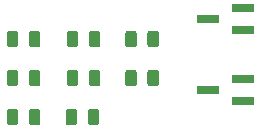
<source format=gbr>
%TF.GenerationSoftware,KiCad,Pcbnew,5.1.5+dfsg1-2build2*%
%TF.CreationDate,2021-07-06T16:50:00+02:00*%
%TF.ProjectId,airpcb_smd,61697270-6362-45f7-936d-642e6b696361,rev?*%
%TF.SameCoordinates,Original*%
%TF.FileFunction,Paste,Bot*%
%TF.FilePolarity,Positive*%
%FSLAX46Y46*%
G04 Gerber Fmt 4.6, Leading zero omitted, Abs format (unit mm)*
G04 Created by KiCad (PCBNEW 5.1.5+dfsg1-2build2) date 2021-07-06 16:50:00*
%MOMM*%
%LPD*%
G04 APERTURE LIST*
%ADD10R,1.900000X0.800000*%
%ADD11C,0.100000*%
G04 APERTURE END LIST*
D10*
%TO.C,Q2*%
X71882000Y-30480000D03*
X74882000Y-31430000D03*
X74882000Y-29530000D03*
%TD*%
%TO.C,Q1*%
X71882000Y-24450000D03*
X74882000Y-25400000D03*
X74882000Y-23500000D03*
%TD*%
D11*
%TO.C,R1*%
G36*
X57514642Y-32067174D02*
G01*
X57538303Y-32070684D01*
X57561507Y-32076496D01*
X57584029Y-32084554D01*
X57605653Y-32094782D01*
X57626170Y-32107079D01*
X57645383Y-32121329D01*
X57663107Y-32137393D01*
X57679171Y-32155117D01*
X57693421Y-32174330D01*
X57705718Y-32194847D01*
X57715946Y-32216471D01*
X57724004Y-32238993D01*
X57729816Y-32262197D01*
X57733326Y-32285858D01*
X57734500Y-32309750D01*
X57734500Y-33222250D01*
X57733326Y-33246142D01*
X57729816Y-33269803D01*
X57724004Y-33293007D01*
X57715946Y-33315529D01*
X57705718Y-33337153D01*
X57693421Y-33357670D01*
X57679171Y-33376883D01*
X57663107Y-33394607D01*
X57645383Y-33410671D01*
X57626170Y-33424921D01*
X57605653Y-33437218D01*
X57584029Y-33447446D01*
X57561507Y-33455504D01*
X57538303Y-33461316D01*
X57514642Y-33464826D01*
X57490750Y-33466000D01*
X57003250Y-33466000D01*
X56979358Y-33464826D01*
X56955697Y-33461316D01*
X56932493Y-33455504D01*
X56909971Y-33447446D01*
X56888347Y-33437218D01*
X56867830Y-33424921D01*
X56848617Y-33410671D01*
X56830893Y-33394607D01*
X56814829Y-33376883D01*
X56800579Y-33357670D01*
X56788282Y-33337153D01*
X56778054Y-33315529D01*
X56769996Y-33293007D01*
X56764184Y-33269803D01*
X56760674Y-33246142D01*
X56759500Y-33222250D01*
X56759500Y-32309750D01*
X56760674Y-32285858D01*
X56764184Y-32262197D01*
X56769996Y-32238993D01*
X56778054Y-32216471D01*
X56788282Y-32194847D01*
X56800579Y-32174330D01*
X56814829Y-32155117D01*
X56830893Y-32137393D01*
X56848617Y-32121329D01*
X56867830Y-32107079D01*
X56888347Y-32094782D01*
X56909971Y-32084554D01*
X56932493Y-32076496D01*
X56955697Y-32070684D01*
X56979358Y-32067174D01*
X57003250Y-32066000D01*
X57490750Y-32066000D01*
X57514642Y-32067174D01*
G37*
G36*
X55639642Y-32067174D02*
G01*
X55663303Y-32070684D01*
X55686507Y-32076496D01*
X55709029Y-32084554D01*
X55730653Y-32094782D01*
X55751170Y-32107079D01*
X55770383Y-32121329D01*
X55788107Y-32137393D01*
X55804171Y-32155117D01*
X55818421Y-32174330D01*
X55830718Y-32194847D01*
X55840946Y-32216471D01*
X55849004Y-32238993D01*
X55854816Y-32262197D01*
X55858326Y-32285858D01*
X55859500Y-32309750D01*
X55859500Y-33222250D01*
X55858326Y-33246142D01*
X55854816Y-33269803D01*
X55849004Y-33293007D01*
X55840946Y-33315529D01*
X55830718Y-33337153D01*
X55818421Y-33357670D01*
X55804171Y-33376883D01*
X55788107Y-33394607D01*
X55770383Y-33410671D01*
X55751170Y-33424921D01*
X55730653Y-33437218D01*
X55709029Y-33447446D01*
X55686507Y-33455504D01*
X55663303Y-33461316D01*
X55639642Y-33464826D01*
X55615750Y-33466000D01*
X55128250Y-33466000D01*
X55104358Y-33464826D01*
X55080697Y-33461316D01*
X55057493Y-33455504D01*
X55034971Y-33447446D01*
X55013347Y-33437218D01*
X54992830Y-33424921D01*
X54973617Y-33410671D01*
X54955893Y-33394607D01*
X54939829Y-33376883D01*
X54925579Y-33357670D01*
X54913282Y-33337153D01*
X54903054Y-33315529D01*
X54894996Y-33293007D01*
X54889184Y-33269803D01*
X54885674Y-33246142D01*
X54884500Y-33222250D01*
X54884500Y-32309750D01*
X54885674Y-32285858D01*
X54889184Y-32262197D01*
X54894996Y-32238993D01*
X54903054Y-32216471D01*
X54913282Y-32194847D01*
X54925579Y-32174330D01*
X54939829Y-32155117D01*
X54955893Y-32137393D01*
X54973617Y-32121329D01*
X54992830Y-32107079D01*
X55013347Y-32094782D01*
X55034971Y-32084554D01*
X55057493Y-32076496D01*
X55080697Y-32070684D01*
X55104358Y-32067174D01*
X55128250Y-32066000D01*
X55615750Y-32066000D01*
X55639642Y-32067174D01*
G37*
%TD*%
%TO.C,R2*%
G36*
X55639642Y-28765174D02*
G01*
X55663303Y-28768684D01*
X55686507Y-28774496D01*
X55709029Y-28782554D01*
X55730653Y-28792782D01*
X55751170Y-28805079D01*
X55770383Y-28819329D01*
X55788107Y-28835393D01*
X55804171Y-28853117D01*
X55818421Y-28872330D01*
X55830718Y-28892847D01*
X55840946Y-28914471D01*
X55849004Y-28936993D01*
X55854816Y-28960197D01*
X55858326Y-28983858D01*
X55859500Y-29007750D01*
X55859500Y-29920250D01*
X55858326Y-29944142D01*
X55854816Y-29967803D01*
X55849004Y-29991007D01*
X55840946Y-30013529D01*
X55830718Y-30035153D01*
X55818421Y-30055670D01*
X55804171Y-30074883D01*
X55788107Y-30092607D01*
X55770383Y-30108671D01*
X55751170Y-30122921D01*
X55730653Y-30135218D01*
X55709029Y-30145446D01*
X55686507Y-30153504D01*
X55663303Y-30159316D01*
X55639642Y-30162826D01*
X55615750Y-30164000D01*
X55128250Y-30164000D01*
X55104358Y-30162826D01*
X55080697Y-30159316D01*
X55057493Y-30153504D01*
X55034971Y-30145446D01*
X55013347Y-30135218D01*
X54992830Y-30122921D01*
X54973617Y-30108671D01*
X54955893Y-30092607D01*
X54939829Y-30074883D01*
X54925579Y-30055670D01*
X54913282Y-30035153D01*
X54903054Y-30013529D01*
X54894996Y-29991007D01*
X54889184Y-29967803D01*
X54885674Y-29944142D01*
X54884500Y-29920250D01*
X54884500Y-29007750D01*
X54885674Y-28983858D01*
X54889184Y-28960197D01*
X54894996Y-28936993D01*
X54903054Y-28914471D01*
X54913282Y-28892847D01*
X54925579Y-28872330D01*
X54939829Y-28853117D01*
X54955893Y-28835393D01*
X54973617Y-28819329D01*
X54992830Y-28805079D01*
X55013347Y-28792782D01*
X55034971Y-28782554D01*
X55057493Y-28774496D01*
X55080697Y-28768684D01*
X55104358Y-28765174D01*
X55128250Y-28764000D01*
X55615750Y-28764000D01*
X55639642Y-28765174D01*
G37*
G36*
X57514642Y-28765174D02*
G01*
X57538303Y-28768684D01*
X57561507Y-28774496D01*
X57584029Y-28782554D01*
X57605653Y-28792782D01*
X57626170Y-28805079D01*
X57645383Y-28819329D01*
X57663107Y-28835393D01*
X57679171Y-28853117D01*
X57693421Y-28872330D01*
X57705718Y-28892847D01*
X57715946Y-28914471D01*
X57724004Y-28936993D01*
X57729816Y-28960197D01*
X57733326Y-28983858D01*
X57734500Y-29007750D01*
X57734500Y-29920250D01*
X57733326Y-29944142D01*
X57729816Y-29967803D01*
X57724004Y-29991007D01*
X57715946Y-30013529D01*
X57705718Y-30035153D01*
X57693421Y-30055670D01*
X57679171Y-30074883D01*
X57663107Y-30092607D01*
X57645383Y-30108671D01*
X57626170Y-30122921D01*
X57605653Y-30135218D01*
X57584029Y-30145446D01*
X57561507Y-30153504D01*
X57538303Y-30159316D01*
X57514642Y-30162826D01*
X57490750Y-30164000D01*
X57003250Y-30164000D01*
X56979358Y-30162826D01*
X56955697Y-30159316D01*
X56932493Y-30153504D01*
X56909971Y-30145446D01*
X56888347Y-30135218D01*
X56867830Y-30122921D01*
X56848617Y-30108671D01*
X56830893Y-30092607D01*
X56814829Y-30074883D01*
X56800579Y-30055670D01*
X56788282Y-30035153D01*
X56778054Y-30013529D01*
X56769996Y-29991007D01*
X56764184Y-29967803D01*
X56760674Y-29944142D01*
X56759500Y-29920250D01*
X56759500Y-29007750D01*
X56760674Y-28983858D01*
X56764184Y-28960197D01*
X56769996Y-28936993D01*
X56778054Y-28914471D01*
X56788282Y-28892847D01*
X56800579Y-28872330D01*
X56814829Y-28853117D01*
X56830893Y-28835393D01*
X56848617Y-28819329D01*
X56867830Y-28805079D01*
X56888347Y-28792782D01*
X56909971Y-28782554D01*
X56932493Y-28774496D01*
X56955697Y-28768684D01*
X56979358Y-28765174D01*
X57003250Y-28764000D01*
X57490750Y-28764000D01*
X57514642Y-28765174D01*
G37*
%TD*%
%TO.C,R3*%
G36*
X55639642Y-25463174D02*
G01*
X55663303Y-25466684D01*
X55686507Y-25472496D01*
X55709029Y-25480554D01*
X55730653Y-25490782D01*
X55751170Y-25503079D01*
X55770383Y-25517329D01*
X55788107Y-25533393D01*
X55804171Y-25551117D01*
X55818421Y-25570330D01*
X55830718Y-25590847D01*
X55840946Y-25612471D01*
X55849004Y-25634993D01*
X55854816Y-25658197D01*
X55858326Y-25681858D01*
X55859500Y-25705750D01*
X55859500Y-26618250D01*
X55858326Y-26642142D01*
X55854816Y-26665803D01*
X55849004Y-26689007D01*
X55840946Y-26711529D01*
X55830718Y-26733153D01*
X55818421Y-26753670D01*
X55804171Y-26772883D01*
X55788107Y-26790607D01*
X55770383Y-26806671D01*
X55751170Y-26820921D01*
X55730653Y-26833218D01*
X55709029Y-26843446D01*
X55686507Y-26851504D01*
X55663303Y-26857316D01*
X55639642Y-26860826D01*
X55615750Y-26862000D01*
X55128250Y-26862000D01*
X55104358Y-26860826D01*
X55080697Y-26857316D01*
X55057493Y-26851504D01*
X55034971Y-26843446D01*
X55013347Y-26833218D01*
X54992830Y-26820921D01*
X54973617Y-26806671D01*
X54955893Y-26790607D01*
X54939829Y-26772883D01*
X54925579Y-26753670D01*
X54913282Y-26733153D01*
X54903054Y-26711529D01*
X54894996Y-26689007D01*
X54889184Y-26665803D01*
X54885674Y-26642142D01*
X54884500Y-26618250D01*
X54884500Y-25705750D01*
X54885674Y-25681858D01*
X54889184Y-25658197D01*
X54894996Y-25634993D01*
X54903054Y-25612471D01*
X54913282Y-25590847D01*
X54925579Y-25570330D01*
X54939829Y-25551117D01*
X54955893Y-25533393D01*
X54973617Y-25517329D01*
X54992830Y-25503079D01*
X55013347Y-25490782D01*
X55034971Y-25480554D01*
X55057493Y-25472496D01*
X55080697Y-25466684D01*
X55104358Y-25463174D01*
X55128250Y-25462000D01*
X55615750Y-25462000D01*
X55639642Y-25463174D01*
G37*
G36*
X57514642Y-25463174D02*
G01*
X57538303Y-25466684D01*
X57561507Y-25472496D01*
X57584029Y-25480554D01*
X57605653Y-25490782D01*
X57626170Y-25503079D01*
X57645383Y-25517329D01*
X57663107Y-25533393D01*
X57679171Y-25551117D01*
X57693421Y-25570330D01*
X57705718Y-25590847D01*
X57715946Y-25612471D01*
X57724004Y-25634993D01*
X57729816Y-25658197D01*
X57733326Y-25681858D01*
X57734500Y-25705750D01*
X57734500Y-26618250D01*
X57733326Y-26642142D01*
X57729816Y-26665803D01*
X57724004Y-26689007D01*
X57715946Y-26711529D01*
X57705718Y-26733153D01*
X57693421Y-26753670D01*
X57679171Y-26772883D01*
X57663107Y-26790607D01*
X57645383Y-26806671D01*
X57626170Y-26820921D01*
X57605653Y-26833218D01*
X57584029Y-26843446D01*
X57561507Y-26851504D01*
X57538303Y-26857316D01*
X57514642Y-26860826D01*
X57490750Y-26862000D01*
X57003250Y-26862000D01*
X56979358Y-26860826D01*
X56955697Y-26857316D01*
X56932493Y-26851504D01*
X56909971Y-26843446D01*
X56888347Y-26833218D01*
X56867830Y-26820921D01*
X56848617Y-26806671D01*
X56830893Y-26790607D01*
X56814829Y-26772883D01*
X56800579Y-26753670D01*
X56788282Y-26733153D01*
X56778054Y-26711529D01*
X56769996Y-26689007D01*
X56764184Y-26665803D01*
X56760674Y-26642142D01*
X56759500Y-26618250D01*
X56759500Y-25705750D01*
X56760674Y-25681858D01*
X56764184Y-25658197D01*
X56769996Y-25634993D01*
X56778054Y-25612471D01*
X56788282Y-25590847D01*
X56800579Y-25570330D01*
X56814829Y-25551117D01*
X56830893Y-25533393D01*
X56848617Y-25517329D01*
X56867830Y-25503079D01*
X56888347Y-25490782D01*
X56909971Y-25480554D01*
X56932493Y-25472496D01*
X56955697Y-25466684D01*
X56979358Y-25463174D01*
X57003250Y-25462000D01*
X57490750Y-25462000D01*
X57514642Y-25463174D01*
G37*
%TD*%
%TO.C,R4*%
G36*
X62497642Y-32067174D02*
G01*
X62521303Y-32070684D01*
X62544507Y-32076496D01*
X62567029Y-32084554D01*
X62588653Y-32094782D01*
X62609170Y-32107079D01*
X62628383Y-32121329D01*
X62646107Y-32137393D01*
X62662171Y-32155117D01*
X62676421Y-32174330D01*
X62688718Y-32194847D01*
X62698946Y-32216471D01*
X62707004Y-32238993D01*
X62712816Y-32262197D01*
X62716326Y-32285858D01*
X62717500Y-32309750D01*
X62717500Y-33222250D01*
X62716326Y-33246142D01*
X62712816Y-33269803D01*
X62707004Y-33293007D01*
X62698946Y-33315529D01*
X62688718Y-33337153D01*
X62676421Y-33357670D01*
X62662171Y-33376883D01*
X62646107Y-33394607D01*
X62628383Y-33410671D01*
X62609170Y-33424921D01*
X62588653Y-33437218D01*
X62567029Y-33447446D01*
X62544507Y-33455504D01*
X62521303Y-33461316D01*
X62497642Y-33464826D01*
X62473750Y-33466000D01*
X61986250Y-33466000D01*
X61962358Y-33464826D01*
X61938697Y-33461316D01*
X61915493Y-33455504D01*
X61892971Y-33447446D01*
X61871347Y-33437218D01*
X61850830Y-33424921D01*
X61831617Y-33410671D01*
X61813893Y-33394607D01*
X61797829Y-33376883D01*
X61783579Y-33357670D01*
X61771282Y-33337153D01*
X61761054Y-33315529D01*
X61752996Y-33293007D01*
X61747184Y-33269803D01*
X61743674Y-33246142D01*
X61742500Y-33222250D01*
X61742500Y-32309750D01*
X61743674Y-32285858D01*
X61747184Y-32262197D01*
X61752996Y-32238993D01*
X61761054Y-32216471D01*
X61771282Y-32194847D01*
X61783579Y-32174330D01*
X61797829Y-32155117D01*
X61813893Y-32137393D01*
X61831617Y-32121329D01*
X61850830Y-32107079D01*
X61871347Y-32094782D01*
X61892971Y-32084554D01*
X61915493Y-32076496D01*
X61938697Y-32070684D01*
X61962358Y-32067174D01*
X61986250Y-32066000D01*
X62473750Y-32066000D01*
X62497642Y-32067174D01*
G37*
G36*
X60622642Y-32067174D02*
G01*
X60646303Y-32070684D01*
X60669507Y-32076496D01*
X60692029Y-32084554D01*
X60713653Y-32094782D01*
X60734170Y-32107079D01*
X60753383Y-32121329D01*
X60771107Y-32137393D01*
X60787171Y-32155117D01*
X60801421Y-32174330D01*
X60813718Y-32194847D01*
X60823946Y-32216471D01*
X60832004Y-32238993D01*
X60837816Y-32262197D01*
X60841326Y-32285858D01*
X60842500Y-32309750D01*
X60842500Y-33222250D01*
X60841326Y-33246142D01*
X60837816Y-33269803D01*
X60832004Y-33293007D01*
X60823946Y-33315529D01*
X60813718Y-33337153D01*
X60801421Y-33357670D01*
X60787171Y-33376883D01*
X60771107Y-33394607D01*
X60753383Y-33410671D01*
X60734170Y-33424921D01*
X60713653Y-33437218D01*
X60692029Y-33447446D01*
X60669507Y-33455504D01*
X60646303Y-33461316D01*
X60622642Y-33464826D01*
X60598750Y-33466000D01*
X60111250Y-33466000D01*
X60087358Y-33464826D01*
X60063697Y-33461316D01*
X60040493Y-33455504D01*
X60017971Y-33447446D01*
X59996347Y-33437218D01*
X59975830Y-33424921D01*
X59956617Y-33410671D01*
X59938893Y-33394607D01*
X59922829Y-33376883D01*
X59908579Y-33357670D01*
X59896282Y-33337153D01*
X59886054Y-33315529D01*
X59877996Y-33293007D01*
X59872184Y-33269803D01*
X59868674Y-33246142D01*
X59867500Y-33222250D01*
X59867500Y-32309750D01*
X59868674Y-32285858D01*
X59872184Y-32262197D01*
X59877996Y-32238993D01*
X59886054Y-32216471D01*
X59896282Y-32194847D01*
X59908579Y-32174330D01*
X59922829Y-32155117D01*
X59938893Y-32137393D01*
X59956617Y-32121329D01*
X59975830Y-32107079D01*
X59996347Y-32094782D01*
X60017971Y-32084554D01*
X60040493Y-32076496D01*
X60063697Y-32070684D01*
X60087358Y-32067174D01*
X60111250Y-32066000D01*
X60598750Y-32066000D01*
X60622642Y-32067174D01*
G37*
%TD*%
%TO.C,R5*%
G36*
X62594642Y-28765174D02*
G01*
X62618303Y-28768684D01*
X62641507Y-28774496D01*
X62664029Y-28782554D01*
X62685653Y-28792782D01*
X62706170Y-28805079D01*
X62725383Y-28819329D01*
X62743107Y-28835393D01*
X62759171Y-28853117D01*
X62773421Y-28872330D01*
X62785718Y-28892847D01*
X62795946Y-28914471D01*
X62804004Y-28936993D01*
X62809816Y-28960197D01*
X62813326Y-28983858D01*
X62814500Y-29007750D01*
X62814500Y-29920250D01*
X62813326Y-29944142D01*
X62809816Y-29967803D01*
X62804004Y-29991007D01*
X62795946Y-30013529D01*
X62785718Y-30035153D01*
X62773421Y-30055670D01*
X62759171Y-30074883D01*
X62743107Y-30092607D01*
X62725383Y-30108671D01*
X62706170Y-30122921D01*
X62685653Y-30135218D01*
X62664029Y-30145446D01*
X62641507Y-30153504D01*
X62618303Y-30159316D01*
X62594642Y-30162826D01*
X62570750Y-30164000D01*
X62083250Y-30164000D01*
X62059358Y-30162826D01*
X62035697Y-30159316D01*
X62012493Y-30153504D01*
X61989971Y-30145446D01*
X61968347Y-30135218D01*
X61947830Y-30122921D01*
X61928617Y-30108671D01*
X61910893Y-30092607D01*
X61894829Y-30074883D01*
X61880579Y-30055670D01*
X61868282Y-30035153D01*
X61858054Y-30013529D01*
X61849996Y-29991007D01*
X61844184Y-29967803D01*
X61840674Y-29944142D01*
X61839500Y-29920250D01*
X61839500Y-29007750D01*
X61840674Y-28983858D01*
X61844184Y-28960197D01*
X61849996Y-28936993D01*
X61858054Y-28914471D01*
X61868282Y-28892847D01*
X61880579Y-28872330D01*
X61894829Y-28853117D01*
X61910893Y-28835393D01*
X61928617Y-28819329D01*
X61947830Y-28805079D01*
X61968347Y-28792782D01*
X61989971Y-28782554D01*
X62012493Y-28774496D01*
X62035697Y-28768684D01*
X62059358Y-28765174D01*
X62083250Y-28764000D01*
X62570750Y-28764000D01*
X62594642Y-28765174D01*
G37*
G36*
X60719642Y-28765174D02*
G01*
X60743303Y-28768684D01*
X60766507Y-28774496D01*
X60789029Y-28782554D01*
X60810653Y-28792782D01*
X60831170Y-28805079D01*
X60850383Y-28819329D01*
X60868107Y-28835393D01*
X60884171Y-28853117D01*
X60898421Y-28872330D01*
X60910718Y-28892847D01*
X60920946Y-28914471D01*
X60929004Y-28936993D01*
X60934816Y-28960197D01*
X60938326Y-28983858D01*
X60939500Y-29007750D01*
X60939500Y-29920250D01*
X60938326Y-29944142D01*
X60934816Y-29967803D01*
X60929004Y-29991007D01*
X60920946Y-30013529D01*
X60910718Y-30035153D01*
X60898421Y-30055670D01*
X60884171Y-30074883D01*
X60868107Y-30092607D01*
X60850383Y-30108671D01*
X60831170Y-30122921D01*
X60810653Y-30135218D01*
X60789029Y-30145446D01*
X60766507Y-30153504D01*
X60743303Y-30159316D01*
X60719642Y-30162826D01*
X60695750Y-30164000D01*
X60208250Y-30164000D01*
X60184358Y-30162826D01*
X60160697Y-30159316D01*
X60137493Y-30153504D01*
X60114971Y-30145446D01*
X60093347Y-30135218D01*
X60072830Y-30122921D01*
X60053617Y-30108671D01*
X60035893Y-30092607D01*
X60019829Y-30074883D01*
X60005579Y-30055670D01*
X59993282Y-30035153D01*
X59983054Y-30013529D01*
X59974996Y-29991007D01*
X59969184Y-29967803D01*
X59965674Y-29944142D01*
X59964500Y-29920250D01*
X59964500Y-29007750D01*
X59965674Y-28983858D01*
X59969184Y-28960197D01*
X59974996Y-28936993D01*
X59983054Y-28914471D01*
X59993282Y-28892847D01*
X60005579Y-28872330D01*
X60019829Y-28853117D01*
X60035893Y-28835393D01*
X60053617Y-28819329D01*
X60072830Y-28805079D01*
X60093347Y-28792782D01*
X60114971Y-28782554D01*
X60137493Y-28774496D01*
X60160697Y-28768684D01*
X60184358Y-28765174D01*
X60208250Y-28764000D01*
X60695750Y-28764000D01*
X60719642Y-28765174D01*
G37*
%TD*%
%TO.C,R6*%
G36*
X60719642Y-25463174D02*
G01*
X60743303Y-25466684D01*
X60766507Y-25472496D01*
X60789029Y-25480554D01*
X60810653Y-25490782D01*
X60831170Y-25503079D01*
X60850383Y-25517329D01*
X60868107Y-25533393D01*
X60884171Y-25551117D01*
X60898421Y-25570330D01*
X60910718Y-25590847D01*
X60920946Y-25612471D01*
X60929004Y-25634993D01*
X60934816Y-25658197D01*
X60938326Y-25681858D01*
X60939500Y-25705750D01*
X60939500Y-26618250D01*
X60938326Y-26642142D01*
X60934816Y-26665803D01*
X60929004Y-26689007D01*
X60920946Y-26711529D01*
X60910718Y-26733153D01*
X60898421Y-26753670D01*
X60884171Y-26772883D01*
X60868107Y-26790607D01*
X60850383Y-26806671D01*
X60831170Y-26820921D01*
X60810653Y-26833218D01*
X60789029Y-26843446D01*
X60766507Y-26851504D01*
X60743303Y-26857316D01*
X60719642Y-26860826D01*
X60695750Y-26862000D01*
X60208250Y-26862000D01*
X60184358Y-26860826D01*
X60160697Y-26857316D01*
X60137493Y-26851504D01*
X60114971Y-26843446D01*
X60093347Y-26833218D01*
X60072830Y-26820921D01*
X60053617Y-26806671D01*
X60035893Y-26790607D01*
X60019829Y-26772883D01*
X60005579Y-26753670D01*
X59993282Y-26733153D01*
X59983054Y-26711529D01*
X59974996Y-26689007D01*
X59969184Y-26665803D01*
X59965674Y-26642142D01*
X59964500Y-26618250D01*
X59964500Y-25705750D01*
X59965674Y-25681858D01*
X59969184Y-25658197D01*
X59974996Y-25634993D01*
X59983054Y-25612471D01*
X59993282Y-25590847D01*
X60005579Y-25570330D01*
X60019829Y-25551117D01*
X60035893Y-25533393D01*
X60053617Y-25517329D01*
X60072830Y-25503079D01*
X60093347Y-25490782D01*
X60114971Y-25480554D01*
X60137493Y-25472496D01*
X60160697Y-25466684D01*
X60184358Y-25463174D01*
X60208250Y-25462000D01*
X60695750Y-25462000D01*
X60719642Y-25463174D01*
G37*
G36*
X62594642Y-25463174D02*
G01*
X62618303Y-25466684D01*
X62641507Y-25472496D01*
X62664029Y-25480554D01*
X62685653Y-25490782D01*
X62706170Y-25503079D01*
X62725383Y-25517329D01*
X62743107Y-25533393D01*
X62759171Y-25551117D01*
X62773421Y-25570330D01*
X62785718Y-25590847D01*
X62795946Y-25612471D01*
X62804004Y-25634993D01*
X62809816Y-25658197D01*
X62813326Y-25681858D01*
X62814500Y-25705750D01*
X62814500Y-26618250D01*
X62813326Y-26642142D01*
X62809816Y-26665803D01*
X62804004Y-26689007D01*
X62795946Y-26711529D01*
X62785718Y-26733153D01*
X62773421Y-26753670D01*
X62759171Y-26772883D01*
X62743107Y-26790607D01*
X62725383Y-26806671D01*
X62706170Y-26820921D01*
X62685653Y-26833218D01*
X62664029Y-26843446D01*
X62641507Y-26851504D01*
X62618303Y-26857316D01*
X62594642Y-26860826D01*
X62570750Y-26862000D01*
X62083250Y-26862000D01*
X62059358Y-26860826D01*
X62035697Y-26857316D01*
X62012493Y-26851504D01*
X61989971Y-26843446D01*
X61968347Y-26833218D01*
X61947830Y-26820921D01*
X61928617Y-26806671D01*
X61910893Y-26790607D01*
X61894829Y-26772883D01*
X61880579Y-26753670D01*
X61868282Y-26733153D01*
X61858054Y-26711529D01*
X61849996Y-26689007D01*
X61844184Y-26665803D01*
X61840674Y-26642142D01*
X61839500Y-26618250D01*
X61839500Y-25705750D01*
X61840674Y-25681858D01*
X61844184Y-25658197D01*
X61849996Y-25634993D01*
X61858054Y-25612471D01*
X61868282Y-25590847D01*
X61880579Y-25570330D01*
X61894829Y-25551117D01*
X61910893Y-25533393D01*
X61928617Y-25517329D01*
X61947830Y-25503079D01*
X61968347Y-25490782D01*
X61989971Y-25480554D01*
X62012493Y-25472496D01*
X62035697Y-25466684D01*
X62059358Y-25463174D01*
X62083250Y-25462000D01*
X62570750Y-25462000D01*
X62594642Y-25463174D01*
G37*
%TD*%
%TO.C,R7*%
G36*
X65672642Y-28765174D02*
G01*
X65696303Y-28768684D01*
X65719507Y-28774496D01*
X65742029Y-28782554D01*
X65763653Y-28792782D01*
X65784170Y-28805079D01*
X65803383Y-28819329D01*
X65821107Y-28835393D01*
X65837171Y-28853117D01*
X65851421Y-28872330D01*
X65863718Y-28892847D01*
X65873946Y-28914471D01*
X65882004Y-28936993D01*
X65887816Y-28960197D01*
X65891326Y-28983858D01*
X65892500Y-29007750D01*
X65892500Y-29920250D01*
X65891326Y-29944142D01*
X65887816Y-29967803D01*
X65882004Y-29991007D01*
X65873946Y-30013529D01*
X65863718Y-30035153D01*
X65851421Y-30055670D01*
X65837171Y-30074883D01*
X65821107Y-30092607D01*
X65803383Y-30108671D01*
X65784170Y-30122921D01*
X65763653Y-30135218D01*
X65742029Y-30145446D01*
X65719507Y-30153504D01*
X65696303Y-30159316D01*
X65672642Y-30162826D01*
X65648750Y-30164000D01*
X65161250Y-30164000D01*
X65137358Y-30162826D01*
X65113697Y-30159316D01*
X65090493Y-30153504D01*
X65067971Y-30145446D01*
X65046347Y-30135218D01*
X65025830Y-30122921D01*
X65006617Y-30108671D01*
X64988893Y-30092607D01*
X64972829Y-30074883D01*
X64958579Y-30055670D01*
X64946282Y-30035153D01*
X64936054Y-30013529D01*
X64927996Y-29991007D01*
X64922184Y-29967803D01*
X64918674Y-29944142D01*
X64917500Y-29920250D01*
X64917500Y-29007750D01*
X64918674Y-28983858D01*
X64922184Y-28960197D01*
X64927996Y-28936993D01*
X64936054Y-28914471D01*
X64946282Y-28892847D01*
X64958579Y-28872330D01*
X64972829Y-28853117D01*
X64988893Y-28835393D01*
X65006617Y-28819329D01*
X65025830Y-28805079D01*
X65046347Y-28792782D01*
X65067971Y-28782554D01*
X65090493Y-28774496D01*
X65113697Y-28768684D01*
X65137358Y-28765174D01*
X65161250Y-28764000D01*
X65648750Y-28764000D01*
X65672642Y-28765174D01*
G37*
G36*
X67547642Y-28765174D02*
G01*
X67571303Y-28768684D01*
X67594507Y-28774496D01*
X67617029Y-28782554D01*
X67638653Y-28792782D01*
X67659170Y-28805079D01*
X67678383Y-28819329D01*
X67696107Y-28835393D01*
X67712171Y-28853117D01*
X67726421Y-28872330D01*
X67738718Y-28892847D01*
X67748946Y-28914471D01*
X67757004Y-28936993D01*
X67762816Y-28960197D01*
X67766326Y-28983858D01*
X67767500Y-29007750D01*
X67767500Y-29920250D01*
X67766326Y-29944142D01*
X67762816Y-29967803D01*
X67757004Y-29991007D01*
X67748946Y-30013529D01*
X67738718Y-30035153D01*
X67726421Y-30055670D01*
X67712171Y-30074883D01*
X67696107Y-30092607D01*
X67678383Y-30108671D01*
X67659170Y-30122921D01*
X67638653Y-30135218D01*
X67617029Y-30145446D01*
X67594507Y-30153504D01*
X67571303Y-30159316D01*
X67547642Y-30162826D01*
X67523750Y-30164000D01*
X67036250Y-30164000D01*
X67012358Y-30162826D01*
X66988697Y-30159316D01*
X66965493Y-30153504D01*
X66942971Y-30145446D01*
X66921347Y-30135218D01*
X66900830Y-30122921D01*
X66881617Y-30108671D01*
X66863893Y-30092607D01*
X66847829Y-30074883D01*
X66833579Y-30055670D01*
X66821282Y-30035153D01*
X66811054Y-30013529D01*
X66802996Y-29991007D01*
X66797184Y-29967803D01*
X66793674Y-29944142D01*
X66792500Y-29920250D01*
X66792500Y-29007750D01*
X66793674Y-28983858D01*
X66797184Y-28960197D01*
X66802996Y-28936993D01*
X66811054Y-28914471D01*
X66821282Y-28892847D01*
X66833579Y-28872330D01*
X66847829Y-28853117D01*
X66863893Y-28835393D01*
X66881617Y-28819329D01*
X66900830Y-28805079D01*
X66921347Y-28792782D01*
X66942971Y-28782554D01*
X66965493Y-28774496D01*
X66988697Y-28768684D01*
X67012358Y-28765174D01*
X67036250Y-28764000D01*
X67523750Y-28764000D01*
X67547642Y-28765174D01*
G37*
%TD*%
%TO.C,R8*%
G36*
X67547642Y-25463174D02*
G01*
X67571303Y-25466684D01*
X67594507Y-25472496D01*
X67617029Y-25480554D01*
X67638653Y-25490782D01*
X67659170Y-25503079D01*
X67678383Y-25517329D01*
X67696107Y-25533393D01*
X67712171Y-25551117D01*
X67726421Y-25570330D01*
X67738718Y-25590847D01*
X67748946Y-25612471D01*
X67757004Y-25634993D01*
X67762816Y-25658197D01*
X67766326Y-25681858D01*
X67767500Y-25705750D01*
X67767500Y-26618250D01*
X67766326Y-26642142D01*
X67762816Y-26665803D01*
X67757004Y-26689007D01*
X67748946Y-26711529D01*
X67738718Y-26733153D01*
X67726421Y-26753670D01*
X67712171Y-26772883D01*
X67696107Y-26790607D01*
X67678383Y-26806671D01*
X67659170Y-26820921D01*
X67638653Y-26833218D01*
X67617029Y-26843446D01*
X67594507Y-26851504D01*
X67571303Y-26857316D01*
X67547642Y-26860826D01*
X67523750Y-26862000D01*
X67036250Y-26862000D01*
X67012358Y-26860826D01*
X66988697Y-26857316D01*
X66965493Y-26851504D01*
X66942971Y-26843446D01*
X66921347Y-26833218D01*
X66900830Y-26820921D01*
X66881617Y-26806671D01*
X66863893Y-26790607D01*
X66847829Y-26772883D01*
X66833579Y-26753670D01*
X66821282Y-26733153D01*
X66811054Y-26711529D01*
X66802996Y-26689007D01*
X66797184Y-26665803D01*
X66793674Y-26642142D01*
X66792500Y-26618250D01*
X66792500Y-25705750D01*
X66793674Y-25681858D01*
X66797184Y-25658197D01*
X66802996Y-25634993D01*
X66811054Y-25612471D01*
X66821282Y-25590847D01*
X66833579Y-25570330D01*
X66847829Y-25551117D01*
X66863893Y-25533393D01*
X66881617Y-25517329D01*
X66900830Y-25503079D01*
X66921347Y-25490782D01*
X66942971Y-25480554D01*
X66965493Y-25472496D01*
X66988697Y-25466684D01*
X67012358Y-25463174D01*
X67036250Y-25462000D01*
X67523750Y-25462000D01*
X67547642Y-25463174D01*
G37*
G36*
X65672642Y-25463174D02*
G01*
X65696303Y-25466684D01*
X65719507Y-25472496D01*
X65742029Y-25480554D01*
X65763653Y-25490782D01*
X65784170Y-25503079D01*
X65803383Y-25517329D01*
X65821107Y-25533393D01*
X65837171Y-25551117D01*
X65851421Y-25570330D01*
X65863718Y-25590847D01*
X65873946Y-25612471D01*
X65882004Y-25634993D01*
X65887816Y-25658197D01*
X65891326Y-25681858D01*
X65892500Y-25705750D01*
X65892500Y-26618250D01*
X65891326Y-26642142D01*
X65887816Y-26665803D01*
X65882004Y-26689007D01*
X65873946Y-26711529D01*
X65863718Y-26733153D01*
X65851421Y-26753670D01*
X65837171Y-26772883D01*
X65821107Y-26790607D01*
X65803383Y-26806671D01*
X65784170Y-26820921D01*
X65763653Y-26833218D01*
X65742029Y-26843446D01*
X65719507Y-26851504D01*
X65696303Y-26857316D01*
X65672642Y-26860826D01*
X65648750Y-26862000D01*
X65161250Y-26862000D01*
X65137358Y-26860826D01*
X65113697Y-26857316D01*
X65090493Y-26851504D01*
X65067971Y-26843446D01*
X65046347Y-26833218D01*
X65025830Y-26820921D01*
X65006617Y-26806671D01*
X64988893Y-26790607D01*
X64972829Y-26772883D01*
X64958579Y-26753670D01*
X64946282Y-26733153D01*
X64936054Y-26711529D01*
X64927996Y-26689007D01*
X64922184Y-26665803D01*
X64918674Y-26642142D01*
X64917500Y-26618250D01*
X64917500Y-25705750D01*
X64918674Y-25681858D01*
X64922184Y-25658197D01*
X64927996Y-25634993D01*
X64936054Y-25612471D01*
X64946282Y-25590847D01*
X64958579Y-25570330D01*
X64972829Y-25551117D01*
X64988893Y-25533393D01*
X65006617Y-25517329D01*
X65025830Y-25503079D01*
X65046347Y-25490782D01*
X65067971Y-25480554D01*
X65090493Y-25472496D01*
X65113697Y-25466684D01*
X65137358Y-25463174D01*
X65161250Y-25462000D01*
X65648750Y-25462000D01*
X65672642Y-25463174D01*
G37*
%TD*%
M02*

</source>
